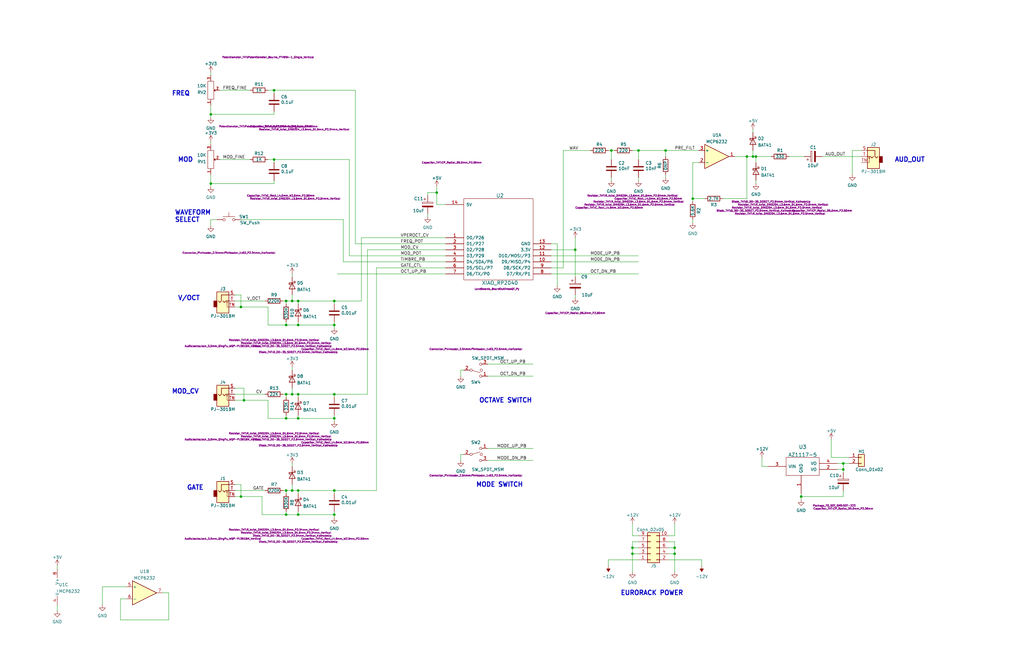
<source format=kicad_sch>
(kicad_sch (version 20211123) (generator eeschema)
  (paper "B")
  (title_block (title "VOLTAGE CONTROLLED OSC") (date "2022-09-21") (rev "1") (company "LAND BOARDS LLC") (comment 1 "https://note.com/solder_state/n/nca6a1dec3921"))
  (lib_symbols
    (symbol "Amplifier_Operational:TL072" (pin_names (offset 0.127))
      (property "Reference" "U" (at 0 5.08 0))
      (property "Value" "TL072" (at 0 -5.08 0))
      (symbol "TL072_1_1"
        (polyline (pts (xy -5.08 5.08) (xy 5.08 0) (xy -5.08 -5.08) (xy -5.08 5.08)) (stroke (width 0.254)) (fill (type background)))
        (pin output line (at 7.62 0 180) (length 2.54) (name "~") (number "1"))
        (pin input line (at -7.62 -2.54 0) (length 2.54) (name "-") (number "2"))
        (pin input line (at -7.62 2.54 0) (length 2.54) (name "+") (number "3"))
      )
      (symbol "TL072_2_1"
        (polyline (pts (xy -5.08 5.08) (xy 5.08 0) (xy -5.08 -5.08) (xy -5.08 5.08)) (stroke (width 0.254)) (fill (type background)))
        (pin input line (at -7.62 2.54 0) (length 2.54) (name "+") (number "5"))
        (pin input line (at -7.62 -2.54 0) (length 2.54) (name "-") (number "6"))
        (pin output line (at 7.62 0 180) (length 2.54) (name "~") (number "7"))
      )
      (symbol "TL072_3_1"
        (pin power_in line (at -2.54 -7.62 90) (length 3.81) (name "V-") (number "4"))
        (pin power_in line (at -2.54 7.62 270) (length 3.81) (name "V+") (number "8"))
      )
    )
    (symbol "Connector:AudioJack2_SwitchT"
      (property "Reference" "J" (at 0 8.89 0))
      (property "Value" "AudioJack2_SwitchT" (at 0 6.35 0))
      (symbol "AudioJack2_SwitchT_0_1"
        (rectangle (start -2.54 0) (end -3.81 -2.54) (stroke (width 0.254)) (fill (type outline)))
        (polyline (pts (xy 1.778 -0.254) (xy 2.032 -0.762)))
        (polyline (pts (xy 0 0) (xy 0.635 -0.635) (xy 1.27 0) (xy 2.54 0)) (stroke (width 0.254)))
        (polyline (pts (xy 2.54 -2.54) (xy 1.778 -2.54) (xy 1.778 -0.254) (xy 1.524 -0.762)))
        (polyline (pts (xy 2.54 2.54) (xy -0.635 2.54) (xy -0.635 0) (xy -1.27 -0.635) (xy -1.905 0)) (stroke (width 0.254)))
        (rectangle (start 2.54 3.81) (end -2.54 -5.08) (stroke (width 0.254)) (fill (type background)))
      )
      (symbol "AudioJack2_SwitchT_1_1"
        (pin passive line (at 5.08 2.54 180) (length 2.54) (name "~") (number "S"))
        (pin passive line (at 5.08 0 180) (length 2.54) (name "~") (number "T"))
        (pin passive line (at 5.08 -2.54 180) (length 2.54) (name "~") (number "TN"))
      )
    )
    (symbol "Connector_Generic:Conn_01x02" (pin_names (offset 1.016) hide)
      (property "Reference" "J" (at 0 2.54 0))
      (property "Value" "Conn_01x02" (at 0 -5.08 0))
      (symbol "Conn_01x02_1_1"
        (rectangle (start -1.27 -2.413) (end 0 -2.667) (stroke (width 0.1524)))
        (rectangle (start -1.27 0.127) (end 0 -0.127) (stroke (width 0.1524)))
        (rectangle (start -1.27 1.27) (end 1.27 -3.81) (stroke (width 0.254)) (fill (type background)))
        (pin passive line (at -5.08 0 0) (length 3.81) (name "Pin_1") (number "1"))
        (pin passive line (at -5.08 -2.54 0) (length 3.81) (name "Pin_2") (number "2"))
      )
    )
    (symbol "Connector_Generic:Conn_02x05_Odd_Even" (pin_names (offset 1.016) hide)
      (property "Reference" "J" (at 1.27 7.62 0))
      (property "Value" "Conn_02x05_Odd_Even" (at 1.27 -7.62 0))
      (symbol "Conn_02x05_Odd_Even_1_1"
        (rectangle (start -1.27 -4.953) (end 0 -5.207) (stroke (width 0.1524)))
        (rectangle (start -1.27 -2.413) (end 0 -2.667) (stroke (width 0.1524)))
        (rectangle (start -1.27 0.127) (end 0 -0.127) (stroke (width 0.1524)))
        (rectangle (start -1.27 2.667) (end 0 2.413) (stroke (width 0.1524)))
        (rectangle (start -1.27 5.207) (end 0 4.953) (stroke (width 0.1524)))
        (rectangle (start -1.27 6.35) (end 3.81 -6.35) (stroke (width 0.254)) (fill (type background)))
        (rectangle (start 3.81 -4.953) (end 2.54 -5.207) (stroke (width 0.1524)))
        (rectangle (start 3.81 -2.413) (end 2.54 -2.667) (stroke (width 0.1524)))
        (rectangle (start 3.81 0.127) (end 2.54 -0.127) (stroke (width 0.1524)))
        (rectangle (start 3.81 2.667) (end 2.54 2.413) (stroke (width 0.1524)))
        (rectangle (start 3.81 5.207) (end 2.54 4.953) (stroke (width 0.1524)))
        (pin passive line (at -5.08 5.08 0) (length 3.81) (name "Pin_1") (number "1"))
        (pin passive line (at 7.62 -5.08 180) (length 3.81) (name "Pin_10") (number "10"))
        (pin passive line (at 7.62 5.08 180) (length 3.81) (name "Pin_2") (number "2"))
        (pin passive line (at -5.08 2.54 0) (length 3.81) (name "Pin_3") (number "3"))
        (pin passive line (at 7.62 2.54 180) (length 3.81) (name "Pin_4") (number "4"))
        (pin passive line (at -5.08 0 0) (length 3.81) (name "Pin_5") (number "5"))
        (pin passive line (at 7.62 0 180) (length 3.81) (name "Pin_6") (number "6"))
        (pin passive line (at -5.08 -2.54 0) (length 3.81) (name "Pin_7") (number "7"))
        (pin passive line (at 7.62 -2.54 180) (length 3.81) (name "Pin_8") (number "8"))
        (pin passive line (at -5.08 -5.08 0) (length 3.81) (name "Pin_9") (number "9"))
      )
    )
    (symbol "Device:C" (pin_numbers hide) (pin_names (offset 0.254))
      (property "Reference" "C" (at 0.635 2.54 0))
      (property "Value" "C" (at 0.635 -2.54 0))
      (symbol "C_0_1"
        (polyline (pts (xy -2.032 -0.762) (xy 2.032 -0.762)) (stroke (width 0.508)))
        (polyline (pts (xy -2.032 0.762) (xy 2.032 0.762)) (stroke (width 0.508)))
      )
      (symbol "C_1_1"
        (pin passive line (at 0 3.81 270) (length 2.794) (name "~") (number "1"))
        (pin passive line (at 0 -3.81 90) (length 2.794) (name "~") (number "2"))
      )
    )
    (symbol "Device:C_Polarized" (pin_numbers hide) (pin_names (offset 0.254))
      (property "Reference" "C" (at 0.635 2.54 0))
      (property "Value" "C_Polarized" (at 0.635 -2.54 0))
      (symbol "C_Polarized_0_1"
        (rectangle (start -2.286 0.508) (end 2.286 1.016))
        (polyline (pts (xy -1.778 2.286) (xy -0.762 2.286)))
        (polyline (pts (xy -1.27 2.794) (xy -1.27 1.778)))
        (rectangle (start 2.286 -0.508) (end -2.286 -1.016) (fill (type outline)))
      )
      (symbol "C_Polarized_1_1"
        (pin passive line (at 0 3.81 270) (length 2.794) (name "~") (number "1"))
        (pin passive line (at 0 -3.81 90) (length 2.794) (name "~") (number "2"))
      )
    )
    (symbol "Device:D_Schottky" (pin_numbers hide) (pin_names (offset 1.016) hide)
      (property "Reference" "D" (at 0 2.54 0))
      (property "Value" "D_Schottky" (at 0 -2.54 0))
      (symbol "D_Schottky_0_1"
        (polyline (pts (xy 1.27 0) (xy -1.27 0)))
        (polyline (pts (xy 1.27 1.27) (xy 1.27 -1.27) (xy -1.27 0) (xy 1.27 1.27)) (stroke (width 0.254)))
        (polyline (pts (xy -1.905 0.635) (xy -1.905 1.27) (xy -1.27 1.27) (xy -1.27 -1.27) (xy -0.635 -1.27) (xy -0.635 -0.635)) (stroke (width 0.254)))
      )
      (symbol "D_Schottky_1_1"
        (pin passive line (at -3.81 0 0) (length 2.54) (name "K") (number "1"))
        (pin passive line (at 3.81 0 180) (length 2.54) (name "A") (number "2"))
      )
    )
    (symbol "Device:R" (pin_numbers hide) (pin_names (offset 0))
      (property "Reference" "R" (at 2.032 0 90))
      (property "Value" "R" (at 0 0 90))
      (symbol "R_0_1"
        (rectangle (start -1.016 -2.54) (end 1.016 2.54) (stroke (width 0.254)))
      )
      (symbol "R_1_1"
        (pin passive line (at 0 3.81 270) (length 1.27) (name "~") (number "1"))
        (pin passive line (at 0 -3.81 90) (length 1.27) (name "~") (number "2"))
      )
    )
    (symbol "LandBoards:POT" (pin_names (offset 1.016) hide)
      (property "Reference" "RV" (at 0 -2.54 0))
      (property "Value" "POT" (at 0 0 0))
      (symbol "POT_0_1"
        (rectangle (start -3.81 1.27) (end 3.81 -1.27))
        (polyline (pts (xy 0 1.27) (xy -0.508 1.778) (xy 0.508 1.778)) (fill (type outline)))
      )
      (symbol "POT_1_1"
        (pin passive line (at -6.35 0 0) (length 2.54) (name "1") (number "1"))
        (pin passive line (at 0 3.81 270) (length 2.032) (name "2") (number "2"))
        (pin passive line (at 6.35 0 180) (length 2.54) (name "3") (number "3"))
      )
    )
    (symbol "LandBoards_Cards:XIAO_RP2040" (pin_names (offset 1.016))
      (property "Reference" "BRD" (at 0 25.4 0))
      (property "Value" "XIAO_RP2040" (at 0 -11.43 0))
      (symbol "XIAO_RP2040_0_0"
        (rectangle (start -15.24 24.13) (end 13.97 -10.16))
      )
      (symbol "XIAO_RP2040_1_1"
        (pin bidirectional line (at -22.86 7.62 0) (length 7.62) (name "D0/P26") (number "1"))
        (pin bidirectional line (at 21.59 -2.54 180) (length 7.62) (name "D9/MISO/P4") (number "10"))
        (pin bidirectional line (at 21.59 0 180) (length 7.62) (name "D10/MOSI/P3") (number "11"))
        (pin power_out line (at 21.59 2.54 180) (length 7.62) (name "3.3V") (number "12"))
        (pin power_in line (at 21.59 5.08 180) (length 7.62) (name "GND") (number "13"))
        (pin power_in line (at -22.86 21.59 0) (length 7.62) (name "5V") (number "14"))
        (pin bidirectional line (at -22.86 5.08 0) (length 7.62) (name "D1/P27") (number "2"))
        (pin bidirectional line (at -22.86 2.54 0) (length 7.62) (name "D2/P28") (number "3"))
        (pin bidirectional line (at -22.86 0 0) (length 7.62) (name "D3/P29") (number "4"))
        (pin bidirectional line (at -22.86 -2.54 0) (length 7.62) (name "D4/SDA/P6") (number "5"))
        (pin bidirectional line (at -22.86 -5.08 0) (length 7.62) (name "D5/SCL/P7") (number "6"))
        (pin bidirectional line (at -22.86 -7.62 0) (length 7.62) (name "D6/TX/P0") (number "7"))
        (pin bidirectional line (at 21.59 -7.62 180) (length 7.62) (name "D7/RX/P1") (number "8"))
        (pin bidirectional line (at 21.59 -5.08 180) (length 7.62) (name "D8/SCK/P2") (number "9"))
      )
    )
    (symbol "LandBoards_Semis:AP1117" (pin_names (offset 1.016))
      (property "Reference" "U" (at 2.54 3.81 0))
      (property "Value" "AP1117" (at 6.35 -6.35 0))
      (symbol "AP1117_0_1"
        (polyline (pts (xy -8.89 -5.08) (xy -8.89 2.54) (xy 5.08 2.54) (xy 5.08 -5.08) (xy -8.89 -5.08)))
      )
      (symbol "AP1117_1_1"
        (pin power_in line (at -2.54 -12.7 90) (length 7.62) (name "GND") (number "1"))
        (pin passive line (at 12.7 -2.54 180) (length 7.62) (name "VO") (number "2"))
        (pin power_in line (at -16.51 -1.27 0) (length 7.62) (name "VIN") (number "3"))
        (pin power_out line (at 12.7 0 180) (length 7.62) (name "VO") (number "4"))
      )
    )
    (symbol "Switch:SW_Push" (pin_numbers hide) (pin_names (offset 1.016) hide)
      (property "Reference" "SW" (at 1.27 2.54 0))
      (property "Value" "SW_Push" (at 0 -1.524 0))
      (symbol "SW_Push_0_1"
        (circle (center -2.032 0) (radius 0.508))
        (polyline (pts (xy 0 1.27) (xy 0 3.048)))
        (polyline (pts (xy 2.54 1.27) (xy -2.54 1.27)))
        (circle (center 2.032 0) (radius 0.508))
        (pin passive line (at -5.08 0 0) (length 2.54) (name "1") (number "1"))
        (pin passive line (at 5.08 0 180) (length 2.54) (name "2") (number "2"))
      )
    )
    (symbol "Switch:SW_SPDT_MSM" (pin_names (offset 0) hide)
      (property "Reference" "SW" (at 0 5.08 0))
      (property "Value" "SW_SPDT_MSM" (at 0 -5.08 0))
      (symbol "SW_SPDT_MSM_0_0"
        (circle (center -2.032 0) (radius 0.508))
        (polyline (pts (xy -1.524 0.127) (xy 1.778 1.016)))
        (circle (center 2.032 -2.54) (radius 0.508))
      )
      (symbol "SW_SPDT_MSM_0_1"
        (circle (center 2.032 2.54) (radius 0.508))
        (circle (center 2.286 0) (radius 0.508))
      )
      (symbol "SW_SPDT_MSM_1_1"
        (pin passive line (at 5.08 2.54 180) (length 2.54) (name "1") (number "1"))
        (pin passive line (at -5.08 0 0) (length 2.54) (name "2") (number "2"))
        (pin passive line (at 5.08 -2.54 180) (length 2.54) (name "3") (number "3"))
      )
    )
    (symbol "power:+12V" (power) (pin_names (offset 0))
      (property "Value" "+12V" (at 0 3.556 0))
      (symbol "+12V_0_1"
        (polyline (pts (xy -0.762 1.27) (xy 0 2.54)))
        (polyline (pts (xy 0 0) (xy 0 2.54)))
        (polyline (pts (xy 0 2.54) (xy 0.762 1.27)))
      )
      (symbol "+12V_1_1"
        (pin power_in line (at 0 0 90) (length 0) hide (name "+12V") (number "1"))
      )
    )
    (symbol "power:+3.3V" (power) (pin_names (offset 0))
      (property "Value" "+3.3V" (at 0 3.556 0))
      (symbol "+3.3V_0_1"
        (polyline (pts (xy -0.762 1.27) (xy 0 2.54)))
        (polyline (pts (xy 0 0) (xy 0 2.54)))
        (polyline (pts (xy 0 2.54) (xy 0.762 1.27)))
      )
      (symbol "+3.3V_1_1"
        (pin power_in line (at 0 0 90) (length 0) hide (name "+3V3") (number "1"))
      )
    )
    (symbol "power:+5V" (power) (pin_names (offset 0))
      (property "Value" "+5V" (at 0 3.556 0))
      (symbol "+5V_0_1"
        (polyline (pts (xy -0.762 1.27) (xy 0 2.54)))
        (polyline (pts (xy 0 0) (xy 0 2.54)))
        (polyline (pts (xy 0 2.54) (xy 0.762 1.27)))
      )
      (symbol "+5V_1_1"
        (pin power_in line (at 0 0 90) (length 0) hide (name "+5V") (number "1"))
      )
    )
    (symbol "power:-12V" (power) (pin_names (offset 0))
      (property "Value" "-12V" (at 0 3.81 0))
      (symbol "-12V_0_0"
        (pin power_in line (at 0 0 90) (length 0) hide (name "-12V") (number "1"))
      )
      (symbol "-12V_0_1"
        (polyline (pts (xy 0 0) (xy 0 1.27) (xy 0.762 1.27) (xy 0 2.54) (xy -0.762 1.27) (xy 0 1.27)) (fill (type outline)))
      )
    )
    (symbol "power:GND" (power) (pin_names (offset 0))
      (property "Value" "GND" (at 0 -3.81 0))
      (symbol "GND_0_1"
        (polyline (pts (xy 0 0) (xy 0 -1.27) (xy 1.27 -1.27) (xy 0 -2.54) (xy -1.27 -1.27) (xy 0 -1.27)))
      )
      (symbol "GND_1_1"
        (pin power_in line (at 0 0 270) (length 0) hide (name "GND") (number "1"))
      )
    )
  )
  (junction (at 120.65 137.16))
  (junction (at 140.97 176.53))
  (junction (at 120.65 207.01))
  (junction (at 266.7 231.14))
  (junction (at 115.57 67.31))
  (junction (at 242.57 105.41))
  (junction (at 120.65 166.37))
  (junction (at 123.19 127))
  (junction (at 269.24 63.5))
  (junction (at 337.82 209.55))
  (junction (at 266.7 233.68))
  (junction (at 280.67 63.5))
  (junction (at 101.6 129.54))
  (junction (at 140.97 166.37))
  (junction (at 140.97 127))
  (junction (at 284.48 233.68))
  (junction (at 284.48 231.14))
  (junction (at 120.65 176.53))
  (junction (at 120.65 127))
  (junction (at 184.15 81.28))
  (junction (at 257.81 63.5))
  (junction (at 140.97 137.16))
  (junction (at 140.97 217.17))
  (junction (at 292.1 83.82))
  (junction (at 125.73 137.16))
  (junction (at 125.73 207.01))
  (junction (at 140.97 207.01))
  (junction (at 123.19 207.01))
  (junction (at 125.73 176.53))
  (junction (at 88.9 48.26))
  (junction (at 314.96 66.04))
  (junction (at 102.87 168.91))
  (junction (at 125.73 127))
  (junction (at 120.65 217.17))
  (junction (at 115.57 38.1))
  (junction (at 355.6 198.12))
  (junction (at 355.6 195.58))
  (junction (at 317.5 66.04))
  (junction (at 125.73 217.17))
  (junction (at 318.77 66.04))
  (junction (at 101.6 209.55))
  (junction (at 123.19 166.37))
  (junction (at 125.73 166.37))
  (junction (at 88.9 77.47))
  (wire (pts (xy 120.65 166.37) (xy 123.19 166.37)))
  (wire (pts (xy 92.71 38.1) (xy 105.41 38.1)))
  (wire (pts (xy 88.9 48.26) (xy 88.9 44.45)))
  (wire (pts (xy 113.03 129.54) (xy 101.6 129.54)))
  (wire (pts (xy 205.74 153.67) (xy 224.79 153.67)))
  (wire (pts (xy 53.34 247.65) (xy 43.18 247.65)))
  (wire (pts (xy 353.06 195.58) (xy 355.6 195.58)))
  (wire (pts (xy 123.19 124.46) (xy 123.19 127)))
  (wire (pts (xy 318.77 66.04) (xy 325.12 66.04)))
  (wire (pts (xy 232.41 105.41) (xy 242.57 105.41)))
  (wire (pts (xy 125.73 127) (xy 125.73 128.27)))
  (wire (pts (xy 115.57 38.1) (xy 149.86 38.1)))
  (wire (pts (xy 353.06 198.12) (xy 355.6 198.12)))
  (wire (pts (xy 269.24 236.22) (xy 256.54 236.22)))
  (wire (pts (xy 24.13 255.27) (xy 24.13 257.81)))
  (wire (pts (xy 317.5 54.61) (xy 317.5 55.88)))
  (wire (pts (xy 123.19 127) (xy 125.73 127)))
  (wire (pts (xy 125.73 207.01) (xy 125.73 208.28)))
  (wire (pts (xy 256.54 236.22) (xy 256.54 238.76)))
  (wire (pts (xy 50.8 252.73) (xy 50.8 261.62)))
  (wire (pts (xy 359.41 63.5) (xy 363.22 63.5)))
  (wire (pts (xy 144.78 92.71) (xy 144.78 110.49)))
  (wire (pts (xy 152.4 100.33) (xy 187.96 100.33)))
  (wire (pts (xy 337.82 209.55) (xy 355.6 209.55)))
  (wire (pts (xy 180.34 91.44) (xy 180.34 90.17)))
  (wire (pts (xy 99.06 124.46) (xy 101.6 124.46)))
  (wire (pts (xy 123.19 163.83) (xy 123.19 166.37)))
  (wire (pts (xy 187.96 113.03) (xy 158.75 113.03)))
  (wire (pts (xy 71.12 250.19) (xy 68.58 250.19)))
  (wire (pts (xy 99.06 204.47) (xy 101.6 204.47)))
  (wire (pts (xy 102.87 163.83) (xy 102.87 168.91)))
  (wire (pts (xy 120.65 137.16) (xy 120.65 135.89)))
  (wire (pts (xy 205.74 158.75) (xy 224.79 158.75)))
  (wire (pts (xy 232.41 113.03) (xy 237.49 113.03)))
  (wire (pts (xy 257.81 63.5) (xy 257.81 67.31)))
  (wire (pts (xy 88.9 59.69) (xy 88.9 60.96)))
  (wire (pts (xy 284.48 228.6) (xy 284.48 231.14)))
  (wire (pts (xy 259.08 63.5) (xy 257.81 63.5)))
  (wire (pts (xy 119.38 127) (xy 120.65 127)))
  (wire (pts (xy 101.6 92.71) (xy 144.78 92.71)))
  (wire (pts (xy 120.65 217.17) (xy 120.65 215.9)))
  (wire (pts (xy 321.31 196.85) (xy 323.85 196.85)))
  (wire (pts (xy 152.4 127) (xy 140.97 127)))
  (wire (pts (xy 280.67 73.66) (xy 280.67 74.93)))
  (wire (pts (xy 125.73 176.53) (xy 120.65 176.53)))
  (wire (pts (xy 99.06 207.01) (xy 111.76 207.01)))
  (wire (pts (xy 101.6 209.55) (xy 110.49 209.55)))
  (wire (pts (xy 281.94 231.14) (xy 284.48 231.14)))
  (wire (pts (xy 350.52 193.04) (xy 350.52 185.42)))
  (wire (pts (xy 184.15 86.36) (xy 184.15 81.28)))
  (wire (pts (xy 53.34 252.73) (xy 50.8 252.73)))
  (wire (pts (xy 113.03 168.91) (xy 102.87 168.91)))
  (wire (pts (xy 184.15 81.28) (xy 184.15 78.74)))
  (wire (pts (xy 125.73 215.9) (xy 125.73 217.17)))
  (wire (pts (xy 314.96 66.04) (xy 317.5 66.04)))
  (wire (pts (xy 101.6 124.46) (xy 101.6 129.54)))
  (wire (pts (xy 346.71 66.04) (xy 363.22 66.04)))
  (wire (pts (xy 115.57 38.1) (xy 115.57 39.37)))
  (wire (pts (xy 140.97 176.53) (xy 140.97 177.8)))
  (wire (pts (xy 99.06 163.83) (xy 102.87 163.83)))
  (wire (pts (xy 237.49 63.5) (xy 248.92 63.5)))
  (wire (pts (xy 43.18 247.65) (xy 43.18 255.27)))
  (wire (pts (xy 232.41 115.57) (xy 269.24 115.57)))
  (wire (pts (xy 110.49 217.17) (xy 120.65 217.17)))
  (wire (pts (xy 140.97 127) (xy 125.73 127)))
  (wire (pts (xy 115.57 76.2) (xy 115.57 77.47)))
  (wire (pts (xy 154.94 105.41) (xy 187.96 105.41)))
  (wire (pts (xy 337.82 209.55) (xy 337.82 210.82)))
  (wire (pts (xy 184.15 86.36) (xy 187.96 86.36)))
  (wire (pts (xy 257.81 76.2) (xy 257.81 74.93)))
  (wire (pts (xy 232.41 107.95) (xy 269.24 107.95)))
  (wire (pts (xy 304.8 83.82) (xy 314.96 83.82)))
  (wire (pts (xy 359.41 73.66) (xy 359.41 63.5)))
  (wire (pts (xy 237.49 63.5) (xy 237.49 113.03)))
  (wire (pts (xy 158.75 207.01) (xy 140.97 207.01)))
  (wire (pts (xy 140.97 175.26) (xy 140.97 176.53)))
  (wire (pts (xy 140.97 137.16) (xy 140.97 138.43)))
  (wire (pts (xy 120.65 166.37) (xy 120.65 167.64)))
  (wire (pts (xy 125.73 217.17) (xy 120.65 217.17)))
  (wire (pts (xy 140.97 166.37) (xy 125.73 166.37)))
  (wire (pts (xy 269.24 76.2) (xy 269.24 74.93)))
  (wire (pts (xy 266.7 63.5) (xy 269.24 63.5)))
  (wire (pts (xy 269.24 226.06) (xy 266.7 226.06)))
  (wire (pts (xy 280.67 63.5) (xy 280.67 66.04)))
  (wire (pts (xy 232.41 110.49) (xy 269.24 110.49)))
  (wire (pts (xy 355.6 198.12) (xy 355.6 199.39)))
  (wire (pts (xy 281.94 236.22) (xy 295.91 236.22)))
  (wire (pts (xy 144.78 110.49) (xy 187.96 110.49)))
  (wire (pts (xy 184.15 81.28) (xy 180.34 81.28)))
  (wire (pts (xy 154.94 166.37) (xy 140.97 166.37)))
  (wire (pts (xy 125.73 166.37) (xy 125.73 167.64)))
  (wire (pts (xy 318.77 66.04) (xy 318.77 68.58)))
  (wire (pts (xy 292.1 68.58) (xy 294.64 68.58)))
  (wire (pts (xy 140.97 128.27) (xy 140.97 127)))
  (wire (pts (xy 50.8 261.62) (xy 71.12 261.62)))
  (wire (pts (xy 125.73 217.17) (xy 140.97 217.17)))
  (wire (pts (xy 123.19 115.57) (xy 123.19 116.84)))
  (wire (pts (xy 125.73 175.26) (xy 125.73 176.53)))
  (wire (pts (xy 99.06 127) (xy 111.76 127)))
  (wire (pts (xy 113.03 137.16) (xy 113.03 129.54)))
  (wire (pts (xy 292.1 83.82) (xy 292.1 85.09)))
  (wire (pts (xy 309.88 66.04) (xy 314.96 66.04)))
  (wire (pts (xy 113.03 38.1) (xy 115.57 38.1)))
  (wire (pts (xy 152.4 100.33) (xy 152.4 127)))
  (wire (pts (xy 140.97 167.64) (xy 140.97 166.37)))
  (wire (pts (xy 99.06 166.37) (xy 111.76 166.37)))
  (wire (pts (xy 115.57 67.31) (xy 147.32 67.31)))
  (wire (pts (xy 120.65 127) (xy 123.19 127)))
  (wire (pts (xy 314.96 83.82) (xy 314.96 66.04)))
  (wire (pts (xy 266.7 228.6) (xy 266.7 231.14)))
  (wire (pts (xy 205.74 194.31) (xy 224.79 194.31)))
  (wire (pts (xy 149.86 102.87) (xy 187.96 102.87)))
  (wire (pts (xy 123.19 204.47) (xy 123.19 207.01)))
  (wire (pts (xy 292.1 92.71) (xy 292.1 93.98)))
  (wire (pts (xy 88.9 49.53) (xy 88.9 48.26)))
  (wire (pts (xy 266.7 233.68) (xy 266.7 241.3)))
  (wire (pts (xy 99.06 209.55) (xy 101.6 209.55)))
  (wire (pts (xy 232.41 102.87) (xy 234.95 102.87)))
  (wire (pts (xy 280.67 63.5) (xy 294.64 63.5)))
  (wire (pts (xy 120.65 176.53) (xy 113.03 176.53)))
  (wire (pts (xy 281.94 226.06) (xy 284.48 226.06)))
  (wire (pts (xy 110.49 209.55) (xy 110.49 217.17)))
  (wire (pts (xy 257.81 63.5) (xy 256.54 63.5)))
  (wire (pts (xy 24.13 238.76) (xy 24.13 240.03)))
  (wire (pts (xy 158.75 113.03) (xy 158.75 207.01)))
  (wire (pts (xy 242.57 125.73) (xy 242.57 124.46)))
  (wire (pts (xy 321.31 193.04) (xy 321.31 196.85)))
  (wire (pts (xy 269.24 63.5) (xy 280.67 63.5)))
  (wire (pts (xy 317.5 66.04) (xy 318.77 66.04)))
  (wire (pts (xy 358.14 193.04) (xy 350.52 193.04)))
  (wire (pts (xy 281.94 233.68) (xy 284.48 233.68)))
  (wire (pts (xy 147.32 107.95) (xy 187.96 107.95)))
  (wire (pts (xy 123.19 166.37) (xy 125.73 166.37)))
  (wire (pts (xy 125.73 137.16) (xy 140.97 137.16)))
  (wire (pts (xy 269.24 228.6) (xy 266.7 228.6)))
  (wire (pts (xy 102.87 168.91) (xy 99.06 168.91)))
  (wire (pts (xy 266.7 220.98) (xy 266.7 226.06)))
  (wire (pts (xy 88.9 77.47) (xy 88.9 73.66)))
  (wire (pts (xy 119.38 166.37) (xy 120.65 166.37)))
  (wire (pts (xy 92.71 67.31) (xy 105.41 67.31)))
  (wire (pts (xy 180.34 81.28) (xy 180.34 82.55)))
  (wire (pts (xy 337.82 208.28) (xy 337.82 209.55)))
  (wire (pts (xy 194.31 191.77) (xy 195.58 191.77)))
  (wire (pts (xy 355.6 209.55) (xy 355.6 207.01)))
  (wire (pts (xy 332.74 66.04) (xy 339.09 66.04)))
  (wire (pts (xy 355.6 195.58) (xy 358.14 195.58)))
  (wire (pts (xy 194.31 158.75) (xy 194.31 156.21)))
  (wire (pts (xy 318.77 77.47) (xy 318.77 76.2)))
  (wire (pts (xy 71.12 261.62) (xy 71.12 250.19)))
  (wire (pts (xy 115.57 46.99) (xy 115.57 48.26)))
  (wire (pts (xy 284.48 233.68) (xy 284.48 241.3)))
  (wire (pts (xy 355.6 198.12) (xy 355.6 195.58)))
  (wire (pts (xy 88.9 30.48) (xy 88.9 31.75)))
  (wire (pts (xy 120.65 137.16) (xy 113.03 137.16)))
  (wire (pts (xy 147.32 107.95) (xy 147.32 67.31)))
  (wire (pts (xy 140.97 207.01) (xy 125.73 207.01)))
  (wire (pts (xy 113.03 67.31) (xy 115.57 67.31)))
  (wire (pts (xy 284.48 220.98) (xy 284.48 226.06)))
  (wire (pts (xy 266.7 231.14) (xy 266.7 233.68)))
  (wire (pts (xy 242.57 100.33) (xy 242.57 105.41)))
  (wire (pts (xy 120.65 176.53) (xy 120.65 175.26)))
  (wire (pts (xy 140.97 215.9) (xy 140.97 217.17)))
  (wire (pts (xy 101.6 129.54) (xy 99.06 129.54)))
  (wire (pts (xy 284.48 231.14) (xy 284.48 233.68)))
  (wire (pts (xy 123.19 195.58) (xy 123.19 196.85)))
  (wire (pts (xy 295.91 236.22) (xy 295.91 238.76)))
  (wire (pts (xy 266.7 233.68) (xy 269.24 233.68)))
  (wire (pts (xy 154.94 105.41) (xy 154.94 166.37)))
  (wire (pts (xy 88.9 48.26) (xy 115.57 48.26)))
  (wire (pts (xy 125.73 137.16) (xy 120.65 137.16)))
  (wire (pts (xy 123.19 154.94) (xy 123.19 156.21)))
  (wire (pts (xy 123.19 207.01) (xy 125.73 207.01)))
  (wire (pts (xy 194.31 156.21) (xy 195.58 156.21)))
  (wire (pts (xy 205.74 189.23) (xy 224.79 189.23)))
  (wire (pts (xy 234.95 102.87) (xy 234.95 120.65)))
  (wire (pts (xy 88.9 92.71) (xy 91.44 92.71)))
  (wire (pts (xy 88.9 77.47) (xy 115.57 77.47)))
  (wire (pts (xy 113.03 176.53) (xy 113.03 168.91)))
  (wire (pts (xy 140.97 135.89) (xy 140.97 137.16)))
  (wire (pts (xy 269.24 63.5) (xy 269.24 67.31)))
  (wire (pts (xy 292.1 83.82) (xy 292.1 68.58)))
  (wire (pts (xy 266.7 231.14) (xy 269.24 231.14)))
  (wire (pts (xy 88.9 92.71) (xy 88.9 95.25)))
  (wire (pts (xy 194.31 194.31) (xy 194.31 191.77)))
  (wire (pts (xy 101.6 204.47) (xy 101.6 209.55)))
  (wire (pts (xy 125.73 176.53) (xy 140.97 176.53)))
  (wire (pts (xy 120.65 127) (xy 120.65 128.27)))
  (wire (pts (xy 125.73 135.89) (xy 125.73 137.16)))
  (wire (pts (xy 281.94 228.6) (xy 284.48 228.6)))
  (wire (pts (xy 140.97 208.28) (xy 140.97 207.01)))
  (wire (pts (xy 297.18 83.82) (xy 292.1 83.82)))
  (wire (pts (xy 149.86 38.1) (xy 149.86 102.87)))
  (wire (pts (xy 242.57 116.84) (xy 242.57 105.41)))
  (wire (pts (xy 115.57 67.31) (xy 115.57 68.58)))
  (wire (pts (xy 120.65 207.01) (xy 120.65 208.28)))
  (wire (pts (xy 140.97 217.17) (xy 140.97 218.44)))
  (wire (pts (xy 317.5 63.5) (xy 317.5 66.04)))
  (wire (pts (xy 119.38 207.01) (xy 120.65 207.01)))
  (wire (pts (xy 120.65 207.01) (xy 123.19 207.01)))
  (wire (pts (xy 142.24 115.57) (xy 187.96 115.57)))
  (wire (pts (xy 88.9 78.74) (xy 88.9 77.47)))
  (text "OCTAVE SWITCH" (at 201.93 170.18 0) (effects (font (size 1.905 1.905) (thickness 0.381) bold) (justify left bottom)))
  (text "AUD_OUT" (at 377.19 68.58 0) (effects (font (size 1.905 1.905) (thickness 0.381) bold) (justify left bottom)))
  (text "GATE" (at 78.74 207.01 0) (effects (font (size 1.905 1.905) (thickness 0.381) bold) (justify left bottom)))
  (text "V/OCT" (at 74.93 127 0) (effects (font (size 1.905 1.905) (thickness 0.381) bold) (justify left bottom)))
  (text "EURORACK POWER" (at 261.62 251.46 0) (effects (font (size 1.905 1.905) (thickness 0.381) bold) (justify left bottom)))
  (text "MOD_CV" (at 72.39 166.37 0) (effects (font (size 1.905 1.905) (thickness 0.381) bold) (justify left bottom)))
  (text "FREQ" (at 72.39 40.64 0) (effects (font (size 1.905 1.905) (thickness 0.381) bold) (justify left bottom)))
  (text "MODE SWITCH" (at 200.66 205.74 0) (effects (font (size 1.905 1.905) (thickness 0.381) bold) (justify left bottom)))
  (text "WAVEFORM\nSELECT" (at 73.66 93.98 0) (effects (font (size 1.905 1.905) (thickness 0.381) bold) (justify left bottom)))
  (text "MOD" (at 74.93 68.58 0) (effects (font (size 1.905 1.905) (thickness 0.381) bold) (justify left bottom)))
  (label "OCT_DN_PB" (at 248.92 115.57 0))
  (label "MODE_DN_PB" (at 248.92 110.49 0))
  (label "GATE_CTL" (at 168.91 113.03 0))
  (label "V_OCT" (at 104.14 127 0))
  (label "MOD_CV" (at 168.91 105.41 0))
  (label "FREQ_POT" (at 168.91 102.87 0))
  (label "MOD_FINE" (at 93.98 67.31 0))
  (label "MOD_POT" (at 168.91 107.95 0))
  (label "TIMBRE_PB" (at 168.91 110.49 0))
  (label "WAV" (at 240.03 63.5 0))
  (label "VPEROCT_CV" (at 168.91 100.33 0))
  (label "OCT_DN_PB" (at 210.82 158.75 0))
  (label "CV" (at 107.95 166.37 0))
  (label "AUD_OUT" (at 347.98 66.04 0))
  (label "MODE_UP_PB" (at 248.92 107.95 0))
  (label "FREQ_FINE" (at 93.98 38.1 0))
  (label "MODE_UP_PB" (at 209.55 189.23 0))
  (label "GATE" (at 106.68 207.01 0))
  (label "OCT_UP_PB" (at 210.82 153.67 0))
  (label "PRE_FILT" (at 284.48 63.5 0))
  (label "MODE_DN_PB" (at 209.55 194.31 0))
  (label "OCT_UP_PB" (at 168.91 115.57 0))
  (symbol (lib_id "LandBoards:POT") (at 88.9 67.31 270) (mirror x) (unit 1)
    (property "Reference" "RV1" (at 86.995 68.2185 90) (effects (justify right)))
    (property "Value" "10K" (at 86.995 65.4434 90) (effects (justify right)))
    (property "Footprint" "Potentiometer_THT:Potentiometer_Bourns_PTV09A-1_Single_Vertical" (at 111.76 53.34 90) (effects (font (size 0.762 0.762) bold)))
  )
  (symbol (lib_id "power:GND") (at 234.95 120.65 0) (unit 1)
    (property "Reference" "#PWR0105" (effects hide))
    (property "Value" "GND" (at 234.95 125.2125 0))
  )
  (symbol (lib_id "Device:C") (at 140.97 171.45 0) (unit 1)
    (property "Reference" "C7" (at 143.891 169.1386 0) (effects (justify left)))
    (property "Value" "0.01uF" (at 143.891 171.45 0) (effects (justify left)))
    (property "Footprint" "Capacitor_THT:C_Rect_L4.0mm_W2.5mm_P2.50mm" (at 127 186.69 0) (effects (font (size 0.762 0.762)) (justify left)))
    (property "Datasheet" "https://www.mouser.com/ProductDetail/TDK/FG18X7R1H473KNT06?qs=qf2ddTMq67Ua7q%2FdN4IhqA%3D%3D" (effects hide))
  )
  (symbol (lib_id "power:GND") (at 88.9 78.74 0) (unit 1)
    (property "Reference" "#PWR0109" (effects hide))
    (property "Value" "GND" (at 88.9 83.3025 0))
  )
  (symbol (lib_id "Device:C_Polarized") (at 355.6 203.2 0) (unit 1)
    (property "Reference" "C10" (at 351.79 200.66 0))
    (property "Value" "10uF" (at 351.79 205.74 0))
    (property "Footprint" "Capacitor_THT:CP_Radial_D5.0mm_P2.50mm" (at 355.6 214.63 0) (effects (font (size 0.762 0.762))))
    (property "Datasheet" "https://www.mouser.com/ProductDetail/140-REA470M1CBK0511P" (effects hide))
  )
  (symbol (lib_id "power:GND") (at 140.97 218.44 0) (unit 1)
    (property "Reference" "#PWR0131" (effects hide))
    (property "Value" "GND" (at 140.97 223.0025 0))
  )
  (symbol (lib_id "Device:R") (at 115.57 166.37 90) (unit 1)
    (property "Reference" "R13" (at 115.57 163.83 90))
    (property "Value" "22K" (at 115.57 166.37 90))
    (property "Footprint" "Resistor_THT:R_Axial_DIN0204_L3.6mm_D1.6mm_P2.54mm_Vertical" (at 115.57 182.88 90) (effects (font (size 0.762 0.762))))
    (property "Datasheet" "https://www.mouser.com/ProductDetail/Xicon/299-2.2K-RC?qs=QaPBMFBEHz3RDbXknTj%252ByA%3D%3D" (effects hide))
  )
  (symbol (lib_id "Device:R") (at 109.22 38.1 90) (unit 1)
    (property "Reference" "R11" (at 109.22 35.56 90))
    (property "Value" "1K" (at 109.22 38.1 90))
    (property "Footprint" "Resistor_THT:R_Axial_DIN0204_L3.6mm_D1.6mm_P2.54mm_Vertical" (at 128.27 54.61 90) (effects (font (size 0.762 0.762))))
    (property "Datasheet" "https://www.mouser.com/ProductDetail/Xicon/299-2.2K-RC?qs=QaPBMFBEHz3RDbXknTj%252ByA%3D%3D" (effects hide))
  )
  (symbol (lib_id "Device:R") (at 262.89 63.5 90) (unit 1)
    (property "Reference" "R5" (at 262.89 60.96 90))
    (property "Value" "220" (at 262.89 63.5 90))
    (property "Footprint" "Resistor_THT:R_Axial_DIN0204_L3.6mm_D1.6mm_P2.54mm_Vertical" (at 269.24 85.09 90) (effects (font (size 0.762 0.762))))
    (property "Datasheet" "https://www.mouser.com/ProductDetail/Xicon/299-2.2K-RC?qs=QaPBMFBEHz3RDbXknTj%252ByA%3D%3D" (effects hide))
  )
  (symbol (lib_id "power:GND") (at 337.82 210.82 0) (unit 1)
    (property "Reference" "#PWR0135" (effects hide))
    (property "Value" "GND" (at 337.82 215.3825 0))
  )
  (symbol (lib_id "Device:C_Polarized") (at 180.34 86.36 0) (unit 1)
    (property "Reference" "C11" (at 176.53 83.82 0))
    (property "Value" "10uF" (at 176.53 88.9 0))
    (property "Footprint" "Capacitor_THT:CP_Radial_D5.0mm_P2.50mm" (at 190.5 68.58 0) (effects (font (size 0.762 0.762))))
    (property "Datasheet" "https://www.mouser.com/ProductDetail/140-REA470M1CBK0511P" (effects hide))
  )
  (symbol (lib_id "power:GND") (at 140.97 177.8 0) (unit 1)
    (property "Reference" "#PWR0101" (effects hide))
    (property "Value" "GND" (at 140.97 182.3625 0))
  )
  (symbol (lib_id "power:+3.3V") (at 123.19 154.94 0) (unit 1)
    (property "Reference" "#PWR0102" (effects hide))
    (property "Value" "+3.3V" (at 123.19 151.3355 0))
  )
  (symbol (lib_id "Device:C") (at 115.57 43.18 0) (unit 1)
    (property "Reference" "C6" (at 118.491 40.8686 0) (effects (justify left)))
    (property "Value" "0.1uF" (at 118.491 43.18 0) (effects (justify left)))
    (property "Footprint" "Capacitor_THT:C_Rect_L4.0mm_W2.5mm_P2.50mm" (at 105.41 53.34 0) (effects (font (size 0.762 0.762)) (justify left)))
    (property "Datasheet" "https://www.mouser.com/ProductDetail/TDK/FG18X7R1H473KNT06?qs=qf2ddTMq67Ua7q%2FdN4IhqA%3D%3D" (effects hide))
  )
  (symbol (lib_id "Device:R") (at 115.57 127 90) (unit 1)
    (property "Reference" "R9" (at 115.57 124.46 90))
    (property "Value" "220K" (at 115.57 127 90))
    (property "Footprint" "Resistor_THT:R_Axial_DIN0204_L3.6mm_D1.6mm_P2.54mm_Vertical" (at 115.57 143.51 90) (effects (font (size 0.762 0.762))))
    (property "Datasheet" "https://www.mouser.com/ProductDetail/Xicon/299-2.2K-RC?qs=QaPBMFBEHz3RDbXknTj%252ByA%3D%3D" (effects hide))
  )
  (symbol (lib_id "power:+5V") (at 350.52 185.42 0) (unit 1)
    (property "Reference" "#PWR0134" (effects hide))
    (property "Value" "+5V" (at 350.52 181.8155 0))
  )
  (symbol (lib_id "power:+12V") (at 284.48 220.98 0) (unit 1)
    (property "Reference" "#PWR0137" (effects hide))
    (property "Value" "+12V" (at 284.48 217.3755 0))
  )
  (symbol (lib_id "Device:D_Schottky") (at 123.19 120.65 270) (unit 1)
    (property "Reference" "D5" (at 125.222 119.424 90) (effects (justify left)))
    (property "Value" "BAT41" (at 125.222 122.1991 90) (effects (justify left)))
    (property "Footprint" "Diode_THT:D_DO-35_SOD27_P2.54mm_Vertical_KathodeUp" (at 123.19 146.05 90) (effects (font (size 0.762 0.762))))
  )
  (symbol (lib_id "Connector:AudioJack2_SwitchT") (at 93.98 166.37 0) (unit 1)
    (property "Reference" "J4" (at 93.98 161.29 0))
    (property "Value" "PJ-301BM" (at 93.98 172.72 0))
    (property "Footprint" "AudioJacks:Jack_3.5mm_QingPu_WQP-PJ301BM_Vertical" (at 93.98 185.42 0) (effects (font (size 0.762 0.762))))
    (property "Datasheet" "https://store.synthrotek.com/3_point_5mm_Vertical_Mount_Jacks" (effects hide))
  )
  (symbol (lib_id "Switch:SW_SPDT_MSM") (at 200.66 156.21 0) (mirror x) (unit 1)
    (property "Reference" "SW4" (at 200.66 161.29 0))
    (property "Value" "SW_SPDT_MSM" (at 205.74 151.13 0))
    (property "Footprint" "Connector_PinHeader_2.54mm:PinHeader_1x03_P2.54mm_Horizontal" (at 200.66 147.32 0) (effects (font (size 0.762 0.762))))
  )
  (symbol (lib_id "power:GND") (at 194.31 158.75 0) (unit 1)
    (property "Reference" "#PWR0112" (effects hide))
    (property "Value" "GND" (at 194.31 163.3125 0))
  )
  (symbol (lib_id "Amplifier_Operational:TL072") (at 60.96 250.19 0) (unit 2)
    (property "Reference" "U1" (at 60.96 241.1435 0))
    (property "Value" "MCP6232" (at 60.96 243.9186 0))
    (property "Footprint" "Package_DIP:DIP-8_W7.62mm" (effects hide))
    (property "Datasheet" "http://www.ti.com/lit/ds/symlink/tl071.pdf" (effects hide))
  )
  (symbol (lib_id "Device:D_Schottky") (at 318.77 72.39 270) (unit 1)
    (property "Reference" "D1" (at 320.802 71.164 90) (effects (justify left)))
    (property "Value" "BAT41" (at 320.802 73.9391 90) (effects (justify left)))
    (property "Footprint" "Diode_THT:D_DO-35_SOD27_P2.54mm_Vertical_KathodeUp" (at 318.77 88.9 90) (effects (font (size 0.762 0.762))))
  )
  (symbol (lib_id "Device:D_Schottky") (at 125.73 212.09 270) (unit 1)
    (property "Reference" "D4" (at 127.762 210.864 90) (effects (justify left)))
    (property "Value" "BAT41" (at 127.762 213.6391 90) (effects (justify left)))
    (property "Footprint" "Diode_THT:D_DO-35_SOD27_P2.54mm_Vertical_KathodeUp" (at 125.73 228.6 90) (effects (font (size 0.762 0.762))))
  )
  (symbol (lib_id "power:GND") (at 88.9 95.25 0) (unit 1)
    (property "Reference" "#PWR0107" (effects hide))
    (property "Value" "GND" (at 88.9 99.8125 0))
  )
  (symbol (lib_id "LandBoards_Semis:AP1117") (at 340.36 195.58 0) (unit 1)
    (property "Reference" "U3" (at 338.455 188.6361 0) (effects (font (size 1.524 1.524))))
    (property "Value" "AZ1117-5" (at 338.455 191.9151 0) (effects (font (size 1.524 1.524))))
    (property "Footprint" "Package_TO_SOT_SMD:SOT-223" (at 351.79 213.36 0) (effects (font (size 0.762 0.762))))
  )
  (symbol (lib_id "Device:R") (at 300.99 83.82 90) (unit 1)
    (property "Reference" "R3" (at 300.99 86.36 90))
    (property "Value" "2.7K" (at 300.99 83.82 90))
    (property "Footprint" "Resistor_THT:R_Axial_DIN0204_L3.6mm_D1.6mm_P2.54mm_Vertical" (at 327.66 87.63 90) (effects (font (size 0.762 0.762))))
    (property "Datasheet" "https://www.mouser.com/ProductDetail/Xicon/299-2.2K-RC?qs=QaPBMFBEHz3RDbXknTj%252ByA%3D%3D" (effects hide))
  )
  (symbol (lib_id "Connector_Generic:Conn_01x02") (at 363.22 193.04 0) (unit 1)
    (property "Reference" "H1" (at 361.95 190.5 0) (effects (justify left)))
    (property "Value" "Conn_01x02" (at 360.68 198.12 0) (effects (justify left)))
    (property "Footprint" "Connector_PinHeader_2.54mm:PinHeader_1x02_P2.54mm_Vertical" (effects hide))
  )
  (symbol (lib_id "Device:R") (at 120.65 132.08 180) (unit 1)
    (property "Reference" "R10" (at 123.19 132.08 90))
    (property "Value" "330K" (at 120.65 132.08 90))
    (property "Footprint" "Resistor_THT:R_Axial_DIN0204_L3.6mm_D1.6mm_P2.54mm_Vertical" (at 120.65 144.78 0) (effects (font (size 0.762 0.762))))
    (property "Datasheet" "https://www.mouser.com/ProductDetail/Xicon/299-2.2K-RC?qs=QaPBMFBEHz3RDbXknTj%252ByA%3D%3D" (effects hide))
  )
  (symbol (lib_id "Switch:SW_Push") (at 96.52 92.71 0) (unit 1)
    (property "Reference" "SW1" (at 102.87 91.44 0))
    (property "Value" "SW_Push" (at 105.41 93.98 0))
    (property "Footprint" "Connector_PinHeader_2.54mm:PinHeader_1x02_P2.54mm_Horizontal" (at 96.52 106.68 0) (effects (font (size 0.762 0.762))))
  )
  (symbol (lib_id "Device:C") (at 115.57 72.39 0) (unit 1)
    (property "Reference" "C8" (at 118.491 70.0786 0) (effects (justify left)))
    (property "Value" "0.1uF" (at 118.491 72.39 0) (effects (justify left)))
    (property "Footprint" "Capacitor_THT:C_Rect_L4.0mm_W2.5mm_P2.50mm" (at 104.14 82.55 0) (effects (font (size 0.762 0.762)) (justify left)))
    (property "Datasheet" "https://www.mouser.com/ProductDetail/TDK/FG18X7R1H473KNT06?qs=qf2ddTMq67Ua7q%2FdN4IhqA%3D%3D" (effects hide))
  )
  (symbol (lib_id "Switch:SW_SPDT_MSM") (at 200.66 191.77 0) (unit 1)
    (property "Reference" "SW2" (at 200.66 186.69 0))
    (property "Value" "SW_SPDT_MSM" (at 205.74 198.12 0))
    (property "Footprint" "Connector_PinHeader_2.54mm:PinHeader_1x03_P2.54mm_Horizontal" (at 200.66 200.66 0) (effects (font (size 0.762 0.762))))
  )
  (symbol (lib_id "power:GND") (at 269.24 76.2 0) (unit 1)
    (property "Reference" "#PWR0115" (effects hide))
    (property "Value" "GND" (at 269.24 80.7625 0))
  )
  (symbol (lib_id "Device:R") (at 120.65 212.09 180) (unit 1)
    (property "Reference" "R8" (at 123.19 212.09 90))
    (property "Value" "330K" (at 120.65 212.09 90))
    (property "Footprint" "Resistor_THT:R_Axial_DIN0204_L3.6mm_D1.6mm_P2.54mm_Vertical" (at 120.65 224.79 0) (effects (font (size 0.762 0.762))))
    (property "Datasheet" "https://www.mouser.com/ProductDetail/Xicon/299-2.2K-RC?qs=QaPBMFBEHz3RDbXknTj%252ByA%3D%3D" (effects hide))
  )
  (symbol (lib_id "power:+3.3V") (at 88.9 59.69 0) (unit 1)
    (property "Reference" "#PWR0110" (effects hide))
    (property "Value" "+3.3V" (at 88.9 56.0855 0))
  )
  (symbol (lib_id "Connector:AudioJack2_SwitchT") (at 93.98 127 0) (unit 1)
    (property "Reference" "J3" (at 93.98 121.92 0))
    (property "Value" "PJ-301BM" (at 93.98 133.35 0))
    (property "Footprint" "AudioJacks:Jack_3.5mm_QingPu_WQP-PJ301BM_Vertical" (at 93.98 146.05 0) (effects (font (size 0.762 0.762))))
    (property "Datasheet" "https://store.synthrotek.com/3_point_5mm_Vertical_Mount_Jacks" (effects hide))
  )
  (symbol (lib_id "Device:R") (at 252.73 63.5 90) (unit 1)
    (property "Reference" "R4" (at 252.73 60.96 90))
    (property "Value" "220" (at 252.73 63.5 90))
    (property "Footprint" "Resistor_THT:R_Axial_DIN0204_L3.6mm_D1.6mm_P2.54mm_Vertical" (at 266.7 82.55 90) (effects (font (size 0.762 0.762))))
    (property "Datasheet" "https://www.mouser.com/ProductDetail/Xicon/299-2.2K-RC?qs=QaPBMFBEHz3RDbXknTj%252ByA%3D%3D" (effects hide))
  )
  (symbol (lib_id "power:+3.3V") (at 123.19 195.58 0) (unit 1)
    (property "Reference" "#PWR0132" (effects hide))
    (property "Value" "+3.3V" (at 123.19 191.9755 0))
  )
  (symbol (lib_id "Device:C") (at 140.97 132.08 0) (unit 1)
    (property "Reference" "C5" (at 143.891 129.7686 0) (effects (justify left)))
    (property "Value" "0.01uF" (at 143.891 132.08 0) (effects (justify left)))
    (property "Footprint" "Capacitor_THT:C_Rect_L4.0mm_W2.5mm_P2.50mm" (at 127 147.32 0) (effects (font (size 0.762 0.762)) (justify left)))
    (property "Datasheet" "https://www.mouser.com/ProductDetail/TDK/FG18X7R1H473KNT06?qs=qf2ddTMq67Ua7q%2FdN4IhqA%3D%3D" (effects hide))
  )
  (symbol (lib_id "Device:R") (at 120.65 171.45 180) (unit 1)
    (property "Reference" "R14" (at 123.19 171.45 90))
    (property "Value" "33K" (at 120.65 171.45 90))
    (property "Footprint" "Resistor_THT:R_Axial_DIN0204_L3.6mm_D1.6mm_P2.54mm_Vertical" (at 120.65 184.15 0) (effects (font (size 0.762 0.762))))
    (property "Datasheet" "https://www.mouser.com/ProductDetail/Xicon/299-2.2K-RC?qs=QaPBMFBEHz3RDbXknTj%252ByA%3D%3D" (effects hide))
  )
  (symbol (lib_id "Device:R") (at 109.22 67.31 90) (unit 1)
    (property "Reference" "R12" (at 109.22 64.77 90))
    (property "Value" "1K" (at 109.22 67.31 90))
    (property "Footprint" "Resistor_THT:R_Axial_DIN0204_L3.6mm_D1.6mm_P2.54mm_Vertical" (at 124.46 83.82 90) (effects (font (size 0.762 0.762))))
    (property "Datasheet" "https://www.mouser.com/ProductDetail/Xicon/299-2.2K-RC?qs=QaPBMFBEHz3RDbXknTj%252ByA%3D%3D" (effects hide))
  )
  (symbol (lib_id "Connector:AudioJack2_SwitchT") (at 368.3 66.04 0) (mirror y) (unit 1)
    (property "Reference" "J2" (at 368.3 60.96 0))
    (property "Value" "PJ-301BM" (at 368.3 72.39 0))
    (property "Footprint" "AudioJacks:Jack_3.5mm_QingPu_WQP-PJ301BM_Vertical" (effects hide))
    (property "Datasheet" "https://store.synthrotek.com/3_point_5mm_Vertical_Mount_Jacks" (effects hide))
  )
  (symbol (lib_id "power:+5V") (at 184.15 78.74 0) (unit 1)
    (property "Reference" "#PWR0118" (effects hide))
    (property "Value" "+5V" (at 184.15 75.1355 0))
  )
  (symbol (lib_id "Device:R") (at 292.1 88.9 180) (unit 1)
    (property "Reference" "R2" (at 294.64 88.9 90))
    (property "Value" "5.6K" (at 292.1 88.9 90))
    (property "Footprint" "Resistor_THT:R_Axial_DIN0204_L3.6mm_D1.6mm_P2.54mm_Vertical" (at 330.2 86.36 0) (effects (font (size 0.762 0.762))))
    (property "Datasheet" "https://www.mouser.com/ProductDetail/Xicon/299-2.2K-RC?qs=QaPBMFBEHz3RDbXknTj%252ByA%3D%3D" (effects hide))
  )
  (symbol (lib_id "Device:C") (at 140.97 212.09 0) (unit 1)
    (property "Reference" "C4" (at 143.891 209.7786 0) (effects (justify left)))
    (property "Value" "0.01uF" (at 143.891 212.09 0) (effects (justify left)))
    (property "Footprint" "Capacitor_THT:C_Rect_L4.0mm_W2.5mm_P2.50mm" (at 127 227.33 0) (effects (font (size 0.762 0.762)) (justify left)))
    (property "Datasheet" "https://www.mouser.com/ProductDetail/TDK/FG18X7R1H473KNT06?qs=qf2ddTMq67Ua7q%2FdN4IhqA%3D%3D" (effects hide))
  )
  (symbol (lib_id "Device:C_Polarized") (at 342.9 66.04 90) (unit 1)
    (property "Reference" "C1" (at 342.9 62.23 90))
    (property "Value" "10uF" (at 342.9 69.85 90))
    (property "Footprint" "Capacitor_THT:CP_Radial_D5.0mm_P2.50mm" (at 346.71 88.9 90) (effects (font (size 0.762 0.762))))
    (property "Datasheet" "https://www.mouser.com/ProductDetail/140-REA470M1CBK0511P" (effects hide))
  )
  (symbol (lib_id "power:GND") (at 280.67 74.93 0) (unit 1)
    (property "Reference" "#PWR0126" (effects hide))
    (property "Value" "GND" (at 280.67 79.4925 0))
  )
  (symbol (lib_id "power:GND") (at 266.7 241.3 0) (unit 1)
    (property "Reference" "#PWR0142" (effects hide))
    (property "Value" "GND" (at 266.7 245.8625 0))
  )
  (symbol (lib_id "Device:C_Polarized") (at 242.57 120.65 0) (unit 1)
    (property "Reference" "C9" (at 246.38 116.84 0))
    (property "Value" "10uF" (at 247.65 124.46 0))
    (property "Footprint" "Capacitor_THT:CP_Radial_D5.0mm_P2.50mm" (at 242.57 132.08 0) (effects (font (size 0.762 0.762))))
    (property "Datasheet" "https://www.mouser.com/ProductDetail/140-REA470M1CBK0511P" (effects hide))
  )
  (symbol (lib_id "power:-12V") (at 256.54 238.76 180) (unit 1)
    (property "Reference" "#PWR0140" (effects hide))
    (property "Value" "-12V" (at 256.54 243.3225 0))
  )
  (symbol (lib_id "power:GND") (at 242.57 125.73 0) (unit 1)
    (property "Reference" "#PWR0104" (effects hide))
    (property "Value" "GND" (at 242.57 130.2925 0))
  )
  (symbol (lib_id "power:GND") (at 318.77 77.47 0) (unit 1)
    (property "Reference" "#PWR0120" (effects hide))
    (property "Value" "GND" (at 318.77 82.0325 0))
  )
  (symbol (lib_id "Device:D_Schottky") (at 123.19 160.02 270) (unit 1)
    (property "Reference" "D8" (at 125.222 158.794 90) (effects (justify left)))
    (property "Value" "BAT41" (at 125.222 161.5691 90) (effects (justify left)))
    (property "Footprint" "Diode_THT:D_DO-35_SOD27_P2.54mm_Vertical_KathodeUp" (at 123.19 185.42 90) (effects (font (size 0.762 0.762))))
  )
  (symbol (lib_id "Device:D_Schottky") (at 125.73 171.45 270) (unit 1)
    (property "Reference" "D7" (at 127.762 170.224 90) (effects (justify left)))
    (property "Value" "BAT41" (at 127.762 172.9991 90) (effects (justify left)))
    (property "Footprint" "Diode_THT:D_DO-35_SOD27_P2.54mm_Vertical_KathodeUp" (at 125.73 187.96 90) (effects (font (size 0.762 0.762))))
  )
  (symbol (lib_id "power:+3.3V") (at 88.9 30.48 0) (unit 1)
    (property "Reference" "#PWR0108" (effects hide))
    (property "Value" "+3.3V" (at 88.9 26.8755 0))
  )
  (symbol (lib_id "power:GND") (at 284.48 241.3 0) (unit 1)
    (property "Reference" "#PWR0138" (effects hide))
    (property "Value" "GND" (at 284.48 245.8625 0))
  )
  (symbol (lib_id "Device:R") (at 328.93 66.04 270) (unit 1)
    (property "Reference" "R1" (at 328.93 63.5 90))
    (property "Value" "330" (at 328.93 66.04 90))
    (property "Footprint" "Resistor_THT:R_Axial_DIN0204_L3.6mm_D1.6mm_P2.54mm_Vertical" (at 328.93 90.17 90) (effects (font (size 0.762 0.762))))
    (property "Datasheet" "https://www.mouser.com/ProductDetail/Xicon/299-2.2K-RC?qs=QaPBMFBEHz3RDbXknTj%252ByA%3D%3D" (effects hide))
  )
  (symbol (lib_id "Connector_Generic:Conn_02x05_Odd_Even") (at 274.32 231.14 0) (mirror x) (unit 1)
    (property "Reference" "J5" (at 275.59 238.76 0))
    (property "Value" "Conn_02x05" (at 274.32 223.52 0))
    (property "Footprint" "Connector_IDC:IDC-Header_2x05_P2.54mm_Vertical" (effects hide))
    (property "Datasheet" "https://store.synthrotek.com/10-Pin_Keyed_Shrouded_Eurorack_Power_Header" (effects hide))
  )
  (symbol (lib_id "power:GND") (at 180.34 91.44 0) (unit 1)
    (property "Reference" "#PWR0119" (effects hide))
    (property "Value" "GND" (at 180.34 96.0025 0))
  )
  (symbol (lib_id "Device:R") (at 115.57 207.01 90) (unit 1)
    (property "Reference" "R7" (at 115.57 204.47 90))
    (property "Value" "220K" (at 115.57 207.01 90))
    (property "Footprint" "Resistor_THT:R_Axial_DIN0204_L3.6mm_D1.6mm_P2.54mm_Vertical" (at 115.57 223.52 90) (effects (font (size 0.762 0.762))))
    (property "Datasheet" "https://www.mouser.com/ProductDetail/Xicon/299-2.2K-RC?qs=QaPBMFBEHz3RDbXknTj%252ByA%3D%3D" (effects hide))
  )
  (symbol (lib_id "Device:D_Schottky") (at 125.73 132.08 270) (unit 1)
    (property "Reference" "D6" (at 127.762 130.854 90) (effects (justify left)))
    (property "Value" "BAT41" (at 127.762 133.6291 90) (effects (justify left)))
    (property "Footprint" "Diode_THT:D_DO-35_SOD27_P2.54mm_Vertical_KathodeUp" (at 125.73 148.59 90) (effects (font (size 0.762 0.762))))
  )
  (symbol (lib_id "Device:C") (at 257.81 71.12 0) (unit 1)
    (property "Reference" "C2" (at 260.731 68.8086 0) (effects (justify left)))
    (property "Value" "10nF" (at 260.731 71.12 0) (effects (justify left)))
    (property "Footprint" "Capacitor_THT:C_Rect_L4.0mm_W2.5mm_P2.50mm" (at 242.57 87.63 0) (effects (font (size 0.762 0.762)) (justify left)))
    (property "Datasheet" "https://www.mouser.com/ProductDetail/TDK/FG18X7R1H473KNT06?qs=qf2ddTMq67Ua7q%2FdN4IhqA%3D%3D" (effects hide))
  )
  (symbol (lib_id "Amplifier_Operational:TL072") (at 26.67 247.65 0) (unit 3)
    (property "Reference" "U1" (at 24.765 246.7415 0) (effects (justify left)))
    (property "Value" "MCP6232" (at 24.765 249.5166 0) (effects (justify left)))
    (property "Footprint" "Package_DIP:DIP-8_W7.62mm" (effects hide))
    (property "Datasheet" "http://www.ti.com/lit/ds/symlink/tl071.pdf" (effects hide))
  )
  (symbol (lib_id "LandBoards:POT") (at 88.9 38.1 270) (mirror x) (unit 1)
    (property "Reference" "RV2" (at 86.995 39.0085 90) (effects (justify right)))
    (property "Value" "10K" (at 86.995 36.2334 90) (effects (justify right)))
    (property "Footprint" "Potentiometer_THT:Potentiometer_Bourns_PTV09A-1_Single_Vertical" (at 113.03 24.13 90) (effects (font (size 0.762 0.762) bold)))
  )
  (symbol (lib_id "power:+5V") (at 317.5 54.61 0) (unit 1)
    (property "Reference" "#PWR0117" (effects hide))
    (property "Value" "+5V" (at 317.5 51.0055 0))
  )
  (symbol (lib_id "power:GND") (at 194.31 194.31 0) (unit 1)
    (property "Reference" "#PWR0136" (effects hide))
    (property "Value" "GND" (at 194.31 198.8725 0))
  )
  (symbol (lib_id "power:GND") (at 140.97 138.43 0) (unit 1)
    (property "Reference" "#PWR0103" (effects hide))
    (property "Value" "GND" (at 140.97 142.9925 0))
  )
  (symbol (lib_id "power:+3.3V") (at 123.19 115.57 0) (unit 1)
    (property "Reference" "#PWR0106" (effects hide))
    (property "Value" "+3.3V" (at 123.19 111.9655 0))
  )
  (symbol (lib_id "power:GND") (at 24.13 257.81 0) (unit 1)
    (property "Reference" "#PWR0121" (effects hide))
    (property "Value" "GND" (at 24.13 262.3725 0))
  )
  (symbol (lib_id "Device:D_Schottky") (at 123.19 200.66 270) (unit 1)
    (property "Reference" "D3" (at 125.222 199.434 90) (effects (justify left)))
    (property "Value" "BAT41" (at 125.222 202.2091 90) (effects (justify left)))
    (property "Footprint" "Diode_THT:D_DO-35_SOD27_P2.54mm_Vertical_KathodeUp" (at 123.19 226.06 90) (effects (font (size 0.762 0.762))))
  )
  (symbol (lib_id "power:GND") (at 359.41 73.66 0) (unit 1)
    (property "Reference" "#PWR0114" (effects hide))
    (property "Value" "GND" (at 359.41 78.2225 0))
  )
  (symbol (lib_id "power:+12V") (at 321.31 193.04 0) (unit 1)
    (property "Reference" "#PWR0133" (effects hide))
    (property "Value" "+12V" (at 321.31 189.4355 0))
  )
  (symbol (lib_id "power:+3.3V") (at 242.57 100.33 0) (unit 1)
    (property "Reference" "#PWR0123" (effects hide))
    (property "Value" "+3.3V" (at 242.57 96.7255 0))
  )
  (symbol (lib_id "power:GND") (at 292.1 93.98 0) (unit 1)
    (property "Reference" "#PWR0122" (effects hide))
    (property "Value" "GND" (at 292.1 98.5425 0))
  )
  (symbol (lib_id "power:GND") (at 257.81 76.2 0) (unit 1)
    (property "Reference" "#PWR0113" (effects hide))
    (property "Value" "GND" (at 257.81 80.7625 0))
  )
  (symbol (lib_id "power:+5V") (at 24.13 238.76 0) (unit 1)
    (property "Reference" "#PWR0116" (effects hide))
    (property "Value" "+5V" (at 24.13 235.1555 0))
  )
  (symbol (lib_id "power:-12V") (at 295.91 238.76 180) (unit 1)
    (property "Reference" "#PWR0139" (effects hide))
    (property "Value" "-12V" (at 295.91 243.3225 0))
  )
  (symbol (lib_id "Amplifier_Operational:TL072") (at 302.26 66.04 0) (unit 1)
    (property "Reference" "U1" (at 302.26 56.9935 0))
    (property "Value" "MCP6232" (at 302.26 59.7686 0))
    (property "Footprint" "Package_DIP:DIP-8_W7.62mm" (effects hide))
    (property "Datasheet" "http://www.ti.com/lit/ds/symlink/tl071.pdf" (effects hide))
  )
  (symbol (lib_id "LandBoards_Cards:XIAO_RP2040") (at 210.82 107.95 0) (unit 1)
    (property "Reference" "U2" (at 210.82 82.55 0) (effects (font (size 1.524 1.524))))
    (property "Value" "XIAO_RP2040" (at 210.82 119.38 0) (effects (font (size 1.524 1.524))))
    (property "Footprint" "LandBoards_BoardOutlines:QT_Py" (at 209.55 121.92 0) (effects (font (size 0.762 0.762))))
  )
  (symbol (lib_id "power:GND") (at 43.18 255.27 0) (unit 1)
    (property "Reference" "#PWR0124" (effects hide))
    (property "Value" "GND" (at 43.18 259.8325 0))
  )
  (symbol (lib_id "Connector:AudioJack2_SwitchT") (at 93.98 207.01 0) (unit 1)
    (property "Reference" "J1" (at 93.98 201.93 0))
    (property "Value" "PJ-301BM" (at 93.98 213.36 0))
    (property "Footprint" "AudioJacks:Jack_3.5mm_QingPu_WQP-PJ301BM_Vertical" (at 93.98 227.33 0) (effects (font (size 0.762 0.762))))
    (property "Datasheet" "https://store.synthrotek.com/3_point_5mm_Vertical_Mount_Jacks" (effects hide))
  )
  (symbol (lib_id "power:GND") (at 88.9 49.53 0) (unit 1)
    (property "Reference" "#PWR0111" (effects hide))
    (property "Value" "GND" (at 88.9 54.0925 0))
  )
  (symbol (lib_id "Device:D_Schottky") (at 317.5 59.69 270) (unit 1)
    (property "Reference" "D2" (at 319.532 58.464 90) (effects (justify left)))
    (property "Value" "BAT41" (at 319.532 61.2391 90) (effects (justify left)))
    (property "Footprint" "Diode_THT:D_DO-35_SOD27_P2.54mm_Vertical_KathodeUp" (at 325.12 85.09 90) (effects (font (size 0.762 0.762))))
  )
  (symbol (lib_id "power:+12V") (at 266.7 220.98 0) (unit 1)
    (property "Reference" "#PWR0141" (effects hide))
    (property "Value" "+12V" (at 266.7 217.3755 0))
  )
  (symbol (lib_id "Device:C") (at 269.24 71.12 0) (unit 1)
    (property "Reference" "C3" (at 272.161 68.8086 0) (effects (justify left)))
    (property "Value" "10nF" (at 272.161 71.12 0) (effects (justify left)))
    (property "Footprint" "Capacitor_THT:C_Rect_L4.0mm_W2.5mm_P2.50mm" (at 259.08 83.82 0) (effects (font (size 0.762 0.762)) (justify left)))
    (property "Datasheet" "https://www.mouser.com/ProductDetail/TDK/FG18X7R1H473KNT06?qs=qf2ddTMq67Ua7q%2FdN4IhqA%3D%3D" (effects hide))
  )
  (symbol (lib_id "Device:R") (at 280.67 69.85 0) (unit 1)
    (property "Reference" "R6" (at 278.13 69.85 90))
    (property "Value" "DNP" (at 280.67 69.85 90))
    (property "Footprint" "Resistor_THT:R_Axial_DIN0204_L3.6mm_D1.6mm_P2.54mm_Vertical" (at 265.43 86.36 0) (effects (font (size 0.762 0.762))))
    (property "Datasheet" "https://www.mouser.com/ProductDetail/Xicon/299-2.2K-RC?qs=QaPBMFBEHz3RDbXknTj%252ByA%3D%3D" (effects hide))
  )
)
</source>
